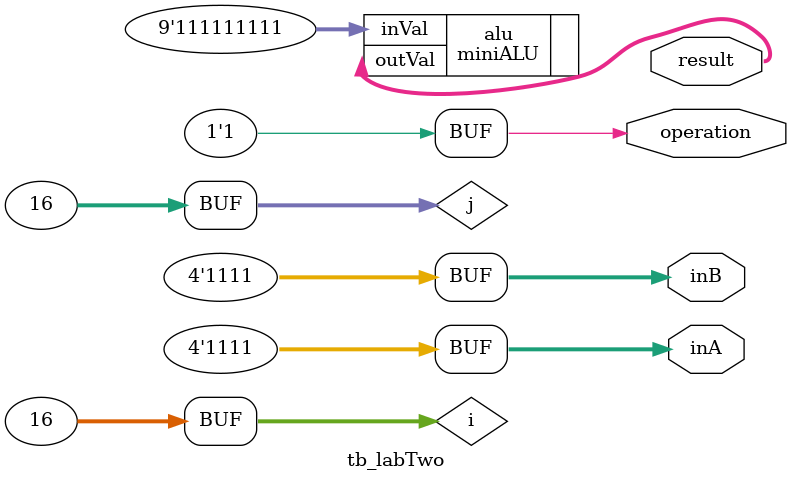
<source format=sv>
`timescale 1ns/1ns


module tb_labTwo(output [19:0] result, output reg[3:0] inA, output reg[3:0] inB, output reg operation );
	//This testbench should encapsulate miniALU since you will only use this testbench to test miniALU
	// reg [3:0] inA, inB;
	// reg operation;
	reg power;
	integer i, j, k; //these are for the for loop to know how many iterations to go through. Integers are essentially 32 bit signed regs.

	//instantiate your miniALU with the inputs/outputs from above.
	miniALU alu(.inVal({inA, inB, operation}), .outVal(result)); // function we want to test
	// more on module instantiations at: https://www.chipverify.com/verilog/verilog-module-instantiations
	
	 
	initial begin
		 for(i = 0; i < 16; i = i+1) begin //Looping through all possible inA values (4 bit values -> 0 through 15)
			  inA = i;
			  for(j = 0; j < 16; j = j+1) begin
					#5 // have 5 ns delay here
					inB = j;
					operation = 0;
					assert(result == inA + inB);
					#5 // have 5 ns delay here
					operation = 1;
					assert(result == inA << inB);
			  end
			  /*
			  --------TO DO--------
			  1. You should loop through all possible 4 bit values using j.
					2. Within the for loop, in each iteration you should:
						 3. Have a 5ns delay before doing anything 
						 4. Set inB to j and the operation to 0
						 5. Have another 5ns delay
						 6. set operation to 1
			  --------TO DO--------
			  */
		 end
	end

endmodule
</source>
